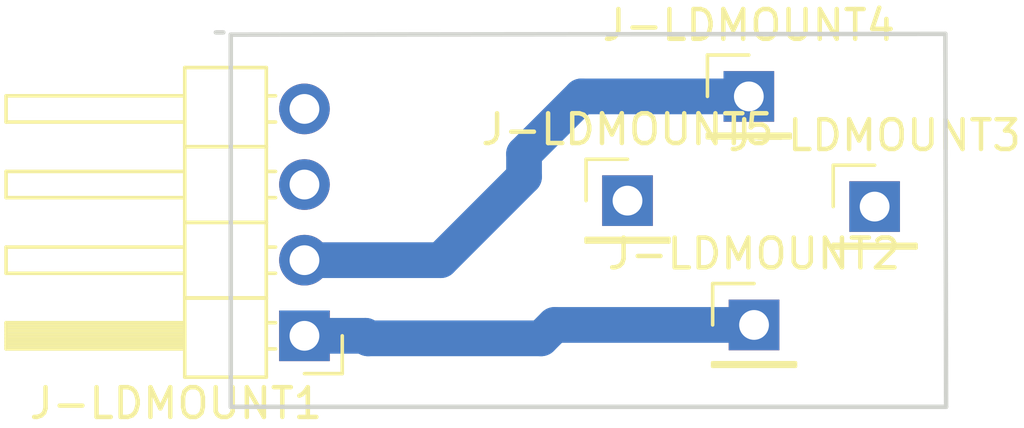
<source format=kicad_pcb>
(kicad_pcb (version 4) (host pcbnew 4.0.6)

  (general
    (links 2)
    (no_connects 0)
    (area 142.249999 98.174999 167.000001 111.175001)
    (thickness 1.6)
    (drawings 5)
    (tracks 10)
    (zones 0)
    (modules 5)
    (nets 7)
  )

  (page A4)
  (layers
    (0 F.Cu signal)
    (31 B.Cu signal)
    (32 B.Adhes user)
    (33 F.Adhes user)
    (34 B.Paste user)
    (35 F.Paste user)
    (36 B.SilkS user)
    (37 F.SilkS user)
    (38 B.Mask user)
    (39 F.Mask user)
    (40 Dwgs.User user)
    (41 Cmts.User user)
    (42 Eco1.User user)
    (43 Eco2.User user)
    (44 Edge.Cuts user)
    (45 Margin user)
    (46 B.CrtYd user)
    (47 F.CrtYd user)
    (48 B.Fab user)
    (49 F.Fab user)
  )

  (setup
    (last_trace_width 0.25)
    (user_trace_width 0.8)
    (user_trace_width 1.2)
    (user_trace_width 1.6)
    (trace_clearance 0.15)
    (zone_clearance 0.508)
    (zone_45_only no)
    (trace_min 0.2)
    (segment_width 0.2)
    (edge_width 0.15)
    (via_size 0.6)
    (via_drill 0.4)
    (via_min_size 0.4)
    (via_min_drill 0.3)
    (user_via 1.6 0.8)
    (uvia_size 0.3)
    (uvia_drill 0.1)
    (uvias_allowed no)
    (uvia_min_size 0.2)
    (uvia_min_drill 0.1)
    (pcb_text_width 0.3)
    (pcb_text_size 1.5 1.5)
    (mod_edge_width 0.15)
    (mod_text_size 1 1)
    (mod_text_width 0.15)
    (pad_size 1.524 1.524)
    (pad_drill 0.762)
    (pad_to_mask_clearance 0.2)
    (aux_axis_origin 0 0)
    (visible_elements FFFFFF7F)
    (pcbplotparams
      (layerselection 0x00030_80000001)
      (usegerberextensions false)
      (excludeedgelayer true)
      (linewidth 0.100000)
      (plotframeref false)
      (viasonmask false)
      (mode 1)
      (useauxorigin false)
      (hpglpennumber 1)
      (hpglpenspeed 20)
      (hpglpendiameter 15)
      (hpglpenoverlay 2)
      (psnegative false)
      (psa4output false)
      (plotreference true)
      (plotvalue true)
      (plotinvisibletext false)
      (padsonsilk false)
      (subtractmaskfromsilk false)
      (outputformat 1)
      (mirror false)
      (drillshape 1)
      (scaleselection 1)
      (outputdirectory ""))
  )

  (net 0 "")
  (net 1 /LD+)
  (net 2 GND)
  (net 3 "Net-(J-LDMOUNT1-Pad3)")
  (net 4 "Net-(J-LDMOUNT1-Pad4)")
  (net 5 "Net-(J-LDMOUNT3-Pad1)")
  (net 6 "Net-(J-LDMOUNT5-Pad1)")

  (net_class Default "This is the default net class."
    (clearance 0.15)
    (trace_width 0.25)
    (via_dia 0.6)
    (via_drill 0.4)
    (uvia_dia 0.3)
    (uvia_drill 0.1)
    (add_net /LD+)
    (add_net GND)
    (add_net "Net-(J-LDMOUNT1-Pad3)")
    (add_net "Net-(J-LDMOUNT1-Pad4)")
    (add_net "Net-(J-LDMOUNT3-Pad1)")
    (add_net "Net-(J-LDMOUNT5-Pad1)")
  )

  (module Pin_Headers:Pin_Header_Angled_1x04_Pitch2.54mm (layer F.Cu) (tedit 5862ED52) (tstamp 59DD6CED)
    (at 145.4 108.44 180)
    (descr "Through hole angled pin header, 1x04, 2.54mm pitch, 6mm pin length, single row")
    (tags "Through hole angled pin header THT 1x04 2.54mm single row")
    (path /59DD6E10)
    (fp_text reference J-LDMOUNT1 (at 4.315 -2.27 180) (layer F.SilkS)
      (effects (font (size 1 1) (thickness 0.15)))
    )
    (fp_text value CONN_01X04 (at 4.315 9.89 180) (layer F.Fab)
      (effects (font (size 1 1) (thickness 0.15)))
    )
    (fp_line (start 1.4 -1.27) (end 1.4 1.27) (layer F.Fab) (width 0.1))
    (fp_line (start 1.4 1.27) (end 3.9 1.27) (layer F.Fab) (width 0.1))
    (fp_line (start 3.9 1.27) (end 3.9 -1.27) (layer F.Fab) (width 0.1))
    (fp_line (start 3.9 -1.27) (end 1.4 -1.27) (layer F.Fab) (width 0.1))
    (fp_line (start 0 -0.32) (end 0 0.32) (layer F.Fab) (width 0.1))
    (fp_line (start 0 0.32) (end 9.9 0.32) (layer F.Fab) (width 0.1))
    (fp_line (start 9.9 0.32) (end 9.9 -0.32) (layer F.Fab) (width 0.1))
    (fp_line (start 9.9 -0.32) (end 0 -0.32) (layer F.Fab) (width 0.1))
    (fp_line (start 1.4 1.27) (end 1.4 3.81) (layer F.Fab) (width 0.1))
    (fp_line (start 1.4 3.81) (end 3.9 3.81) (layer F.Fab) (width 0.1))
    (fp_line (start 3.9 3.81) (end 3.9 1.27) (layer F.Fab) (width 0.1))
    (fp_line (start 3.9 1.27) (end 1.4 1.27) (layer F.Fab) (width 0.1))
    (fp_line (start 0 2.22) (end 0 2.86) (layer F.Fab) (width 0.1))
    (fp_line (start 0 2.86) (end 9.9 2.86) (layer F.Fab) (width 0.1))
    (fp_line (start 9.9 2.86) (end 9.9 2.22) (layer F.Fab) (width 0.1))
    (fp_line (start 9.9 2.22) (end 0 2.22) (layer F.Fab) (width 0.1))
    (fp_line (start 1.4 3.81) (end 1.4 6.35) (layer F.Fab) (width 0.1))
    (fp_line (start 1.4 6.35) (end 3.9 6.35) (layer F.Fab) (width 0.1))
    (fp_line (start 3.9 6.35) (end 3.9 3.81) (layer F.Fab) (width 0.1))
    (fp_line (start 3.9 3.81) (end 1.4 3.81) (layer F.Fab) (width 0.1))
    (fp_line (start 0 4.76) (end 0 5.4) (layer F.Fab) (width 0.1))
    (fp_line (start 0 5.4) (end 9.9 5.4) (layer F.Fab) (width 0.1))
    (fp_line (start 9.9 5.4) (end 9.9 4.76) (layer F.Fab) (width 0.1))
    (fp_line (start 9.9 4.76) (end 0 4.76) (layer F.Fab) (width 0.1))
    (fp_line (start 1.4 6.35) (end 1.4 8.89) (layer F.Fab) (width 0.1))
    (fp_line (start 1.4 8.89) (end 3.9 8.89) (layer F.Fab) (width 0.1))
    (fp_line (start 3.9 8.89) (end 3.9 6.35) (layer F.Fab) (width 0.1))
    (fp_line (start 3.9 6.35) (end 1.4 6.35) (layer F.Fab) (width 0.1))
    (fp_line (start 0 7.3) (end 0 7.94) (layer F.Fab) (width 0.1))
    (fp_line (start 0 7.94) (end 9.9 7.94) (layer F.Fab) (width 0.1))
    (fp_line (start 9.9 7.94) (end 9.9 7.3) (layer F.Fab) (width 0.1))
    (fp_line (start 9.9 7.3) (end 0 7.3) (layer F.Fab) (width 0.1))
    (fp_line (start 1.28 -1.39) (end 1.28 1.27) (layer F.SilkS) (width 0.12))
    (fp_line (start 1.28 1.27) (end 4.02 1.27) (layer F.SilkS) (width 0.12))
    (fp_line (start 4.02 1.27) (end 4.02 -1.39) (layer F.SilkS) (width 0.12))
    (fp_line (start 4.02 -1.39) (end 1.28 -1.39) (layer F.SilkS) (width 0.12))
    (fp_line (start 4.02 -0.44) (end 4.02 0.44) (layer F.SilkS) (width 0.12))
    (fp_line (start 4.02 0.44) (end 10.02 0.44) (layer F.SilkS) (width 0.12))
    (fp_line (start 10.02 0.44) (end 10.02 -0.44) (layer F.SilkS) (width 0.12))
    (fp_line (start 10.02 -0.44) (end 4.02 -0.44) (layer F.SilkS) (width 0.12))
    (fp_line (start 0.97 -0.44) (end 1.28 -0.44) (layer F.SilkS) (width 0.12))
    (fp_line (start 0.97 0.44) (end 1.28 0.44) (layer F.SilkS) (width 0.12))
    (fp_line (start 4.02 -0.32) (end 10.02 -0.32) (layer F.SilkS) (width 0.12))
    (fp_line (start 4.02 -0.2) (end 10.02 -0.2) (layer F.SilkS) (width 0.12))
    (fp_line (start 4.02 -0.08) (end 10.02 -0.08) (layer F.SilkS) (width 0.12))
    (fp_line (start 4.02 0.04) (end 10.02 0.04) (layer F.SilkS) (width 0.12))
    (fp_line (start 4.02 0.16) (end 10.02 0.16) (layer F.SilkS) (width 0.12))
    (fp_line (start 4.02 0.28) (end 10.02 0.28) (layer F.SilkS) (width 0.12))
    (fp_line (start 4.02 0.4) (end 10.02 0.4) (layer F.SilkS) (width 0.12))
    (fp_line (start 1.28 1.27) (end 1.28 3.81) (layer F.SilkS) (width 0.12))
    (fp_line (start 1.28 3.81) (end 4.02 3.81) (layer F.SilkS) (width 0.12))
    (fp_line (start 4.02 3.81) (end 4.02 1.27) (layer F.SilkS) (width 0.12))
    (fp_line (start 4.02 1.27) (end 1.28 1.27) (layer F.SilkS) (width 0.12))
    (fp_line (start 4.02 2.1) (end 4.02 2.98) (layer F.SilkS) (width 0.12))
    (fp_line (start 4.02 2.98) (end 10.02 2.98) (layer F.SilkS) (width 0.12))
    (fp_line (start 10.02 2.98) (end 10.02 2.1) (layer F.SilkS) (width 0.12))
    (fp_line (start 10.02 2.1) (end 4.02 2.1) (layer F.SilkS) (width 0.12))
    (fp_line (start 0.97 2.1) (end 1.28 2.1) (layer F.SilkS) (width 0.12))
    (fp_line (start 0.97 2.98) (end 1.28 2.98) (layer F.SilkS) (width 0.12))
    (fp_line (start 1.28 3.81) (end 1.28 6.35) (layer F.SilkS) (width 0.12))
    (fp_line (start 1.28 6.35) (end 4.02 6.35) (layer F.SilkS) (width 0.12))
    (fp_line (start 4.02 6.35) (end 4.02 3.81) (layer F.SilkS) (width 0.12))
    (fp_line (start 4.02 3.81) (end 1.28 3.81) (layer F.SilkS) (width 0.12))
    (fp_line (start 4.02 4.64) (end 4.02 5.52) (layer F.SilkS) (width 0.12))
    (fp_line (start 4.02 5.52) (end 10.02 5.52) (layer F.SilkS) (width 0.12))
    (fp_line (start 10.02 5.52) (end 10.02 4.64) (layer F.SilkS) (width 0.12))
    (fp_line (start 10.02 4.64) (end 4.02 4.64) (layer F.SilkS) (width 0.12))
    (fp_line (start 0.97 4.64) (end 1.28 4.64) (layer F.SilkS) (width 0.12))
    (fp_line (start 0.97 5.52) (end 1.28 5.52) (layer F.SilkS) (width 0.12))
    (fp_line (start 1.28 6.35) (end 1.28 9.01) (layer F.SilkS) (width 0.12))
    (fp_line (start 1.28 9.01) (end 4.02 9.01) (layer F.SilkS) (width 0.12))
    (fp_line (start 4.02 9.01) (end 4.02 6.35) (layer F.SilkS) (width 0.12))
    (fp_line (start 4.02 6.35) (end 1.28 6.35) (layer F.SilkS) (width 0.12))
    (fp_line (start 4.02 7.18) (end 4.02 8.06) (layer F.SilkS) (width 0.12))
    (fp_line (start 4.02 8.06) (end 10.02 8.06) (layer F.SilkS) (width 0.12))
    (fp_line (start 10.02 8.06) (end 10.02 7.18) (layer F.SilkS) (width 0.12))
    (fp_line (start 10.02 7.18) (end 4.02 7.18) (layer F.SilkS) (width 0.12))
    (fp_line (start 0.97 7.18) (end 1.28 7.18) (layer F.SilkS) (width 0.12))
    (fp_line (start 0.97 8.06) (end 1.28 8.06) (layer F.SilkS) (width 0.12))
    (fp_line (start -1.27 0) (end -1.27 -1.27) (layer F.SilkS) (width 0.12))
    (fp_line (start -1.27 -1.27) (end 0 -1.27) (layer F.SilkS) (width 0.12))
    (fp_line (start -1.6 -1.6) (end -1.6 9.2) (layer F.CrtYd) (width 0.05))
    (fp_line (start -1.6 9.2) (end 10.2 9.2) (layer F.CrtYd) (width 0.05))
    (fp_line (start 10.2 9.2) (end 10.2 -1.6) (layer F.CrtYd) (width 0.05))
    (fp_line (start 10.2 -1.6) (end -1.6 -1.6) (layer F.CrtYd) (width 0.05))
    (pad 1 thru_hole rect (at 0 0 180) (size 1.7 1.7) (drill 1) (layers *.Cu *.Mask)
      (net 1 /LD+))
    (pad 2 thru_hole oval (at 0 2.54 180) (size 1.7 1.7) (drill 1) (layers *.Cu *.Mask)
      (net 2 GND))
    (pad 3 thru_hole oval (at 0 5.08 180) (size 1.7 1.7) (drill 1) (layers *.Cu *.Mask)
      (net 3 "Net-(J-LDMOUNT1-Pad3)"))
    (pad 4 thru_hole oval (at 0 7.62 180) (size 1.7 1.7) (drill 1) (layers *.Cu *.Mask)
      (net 4 "Net-(J-LDMOUNT1-Pad4)"))
    (model Pin_Headers.3dshapes/Pin_Header_Angled_1x04_Pitch2.54mm.wrl
      (at (xyz 0 -0.15 0))
      (scale (xyz 1 1 1))
      (rotate (xyz 0 0 90))
    )
  )

  (module Pin_Headers:Pin_Header_Straight_1x01_Pitch2.54mm (layer F.Cu) (tedit 5862ED52) (tstamp 59DD6DCF)
    (at 160.5 108.075)
    (descr "Through hole straight pin header, 1x01, 2.54mm pitch, single row")
    (tags "Through hole pin header THT 1x01 2.54mm single row")
    (path /59DD74FB)
    (fp_text reference J-LDMOUNT2 (at 0 -2.39) (layer F.SilkS)
      (effects (font (size 1 1) (thickness 0.15)))
    )
    (fp_text value CONN_01X01 (at 0 2.39) (layer F.Fab)
      (effects (font (size 1 1) (thickness 0.15)))
    )
    (fp_line (start -1.27 -1.27) (end -1.27 1.27) (layer F.Fab) (width 0.1))
    (fp_line (start -1.27 1.27) (end 1.27 1.27) (layer F.Fab) (width 0.1))
    (fp_line (start 1.27 1.27) (end 1.27 -1.27) (layer F.Fab) (width 0.1))
    (fp_line (start 1.27 -1.27) (end -1.27 -1.27) (layer F.Fab) (width 0.1))
    (fp_line (start -1.39 1.27) (end -1.39 1.39) (layer F.SilkS) (width 0.12))
    (fp_line (start -1.39 1.39) (end 1.39 1.39) (layer F.SilkS) (width 0.12))
    (fp_line (start 1.39 1.39) (end 1.39 1.27) (layer F.SilkS) (width 0.12))
    (fp_line (start 1.39 1.27) (end -1.39 1.27) (layer F.SilkS) (width 0.12))
    (fp_line (start -1.39 0) (end -1.39 -1.39) (layer F.SilkS) (width 0.12))
    (fp_line (start -1.39 -1.39) (end 0 -1.39) (layer F.SilkS) (width 0.12))
    (fp_line (start -1.6 -1.6) (end -1.6 1.6) (layer F.CrtYd) (width 0.05))
    (fp_line (start -1.6 1.6) (end 1.6 1.6) (layer F.CrtYd) (width 0.05))
    (fp_line (start 1.6 1.6) (end 1.6 -1.6) (layer F.CrtYd) (width 0.05))
    (fp_line (start 1.6 -1.6) (end -1.6 -1.6) (layer F.CrtYd) (width 0.05))
    (pad 1 thru_hole rect (at 0 0) (size 1.7 1.7) (drill 1) (layers *.Cu *.Mask)
      (net 1 /LD+))
    (model Pin_Headers.3dshapes/Pin_Header_Straight_1x01_Pitch2.54mm.wrl
      (at (xyz 0 0 0))
      (scale (xyz 1 1 1))
      (rotate (xyz 0 0 90))
    )
  )

  (module Pin_Headers:Pin_Header_Straight_1x01_Pitch2.54mm (layer F.Cu) (tedit 5862ED52) (tstamp 59DD6DD4)
    (at 164.55 104.1)
    (descr "Through hole straight pin header, 1x01, 2.54mm pitch, single row")
    (tags "Through hole pin header THT 1x01 2.54mm single row")
    (path /59DD770C)
    (fp_text reference J-LDMOUNT3 (at 0 -2.39) (layer F.SilkS)
      (effects (font (size 1 1) (thickness 0.15)))
    )
    (fp_text value CONN_01X01 (at 0 2.39) (layer F.Fab)
      (effects (font (size 1 1) (thickness 0.15)))
    )
    (fp_line (start -1.27 -1.27) (end -1.27 1.27) (layer F.Fab) (width 0.1))
    (fp_line (start -1.27 1.27) (end 1.27 1.27) (layer F.Fab) (width 0.1))
    (fp_line (start 1.27 1.27) (end 1.27 -1.27) (layer F.Fab) (width 0.1))
    (fp_line (start 1.27 -1.27) (end -1.27 -1.27) (layer F.Fab) (width 0.1))
    (fp_line (start -1.39 1.27) (end -1.39 1.39) (layer F.SilkS) (width 0.12))
    (fp_line (start -1.39 1.39) (end 1.39 1.39) (layer F.SilkS) (width 0.12))
    (fp_line (start 1.39 1.39) (end 1.39 1.27) (layer F.SilkS) (width 0.12))
    (fp_line (start 1.39 1.27) (end -1.39 1.27) (layer F.SilkS) (width 0.12))
    (fp_line (start -1.39 0) (end -1.39 -1.39) (layer F.SilkS) (width 0.12))
    (fp_line (start -1.39 -1.39) (end 0 -1.39) (layer F.SilkS) (width 0.12))
    (fp_line (start -1.6 -1.6) (end -1.6 1.6) (layer F.CrtYd) (width 0.05))
    (fp_line (start -1.6 1.6) (end 1.6 1.6) (layer F.CrtYd) (width 0.05))
    (fp_line (start 1.6 1.6) (end 1.6 -1.6) (layer F.CrtYd) (width 0.05))
    (fp_line (start 1.6 -1.6) (end -1.6 -1.6) (layer F.CrtYd) (width 0.05))
    (pad 1 thru_hole rect (at 0 0) (size 1.7 1.7) (drill 1) (layers *.Cu *.Mask)
      (net 5 "Net-(J-LDMOUNT3-Pad1)"))
    (model Pin_Headers.3dshapes/Pin_Header_Straight_1x01_Pitch2.54mm.wrl
      (at (xyz 0 0 0))
      (scale (xyz 1 1 1))
      (rotate (xyz 0 0 90))
    )
  )

  (module Pin_Headers:Pin_Header_Straight_1x01_Pitch2.54mm (layer F.Cu) (tedit 5862ED52) (tstamp 59DD6DD9)
    (at 160.325 100.4)
    (descr "Through hole straight pin header, 1x01, 2.54mm pitch, single row")
    (tags "Through hole pin header THT 1x01 2.54mm single row")
    (path /59DD7742)
    (fp_text reference J-LDMOUNT4 (at 0 -2.39) (layer F.SilkS)
      (effects (font (size 1 1) (thickness 0.15)))
    )
    (fp_text value CONN_01X01 (at 0 2.39) (layer F.Fab)
      (effects (font (size 1 1) (thickness 0.15)))
    )
    (fp_line (start -1.27 -1.27) (end -1.27 1.27) (layer F.Fab) (width 0.1))
    (fp_line (start -1.27 1.27) (end 1.27 1.27) (layer F.Fab) (width 0.1))
    (fp_line (start 1.27 1.27) (end 1.27 -1.27) (layer F.Fab) (width 0.1))
    (fp_line (start 1.27 -1.27) (end -1.27 -1.27) (layer F.Fab) (width 0.1))
    (fp_line (start -1.39 1.27) (end -1.39 1.39) (layer F.SilkS) (width 0.12))
    (fp_line (start -1.39 1.39) (end 1.39 1.39) (layer F.SilkS) (width 0.12))
    (fp_line (start 1.39 1.39) (end 1.39 1.27) (layer F.SilkS) (width 0.12))
    (fp_line (start 1.39 1.27) (end -1.39 1.27) (layer F.SilkS) (width 0.12))
    (fp_line (start -1.39 0) (end -1.39 -1.39) (layer F.SilkS) (width 0.12))
    (fp_line (start -1.39 -1.39) (end 0 -1.39) (layer F.SilkS) (width 0.12))
    (fp_line (start -1.6 -1.6) (end -1.6 1.6) (layer F.CrtYd) (width 0.05))
    (fp_line (start -1.6 1.6) (end 1.6 1.6) (layer F.CrtYd) (width 0.05))
    (fp_line (start 1.6 1.6) (end 1.6 -1.6) (layer F.CrtYd) (width 0.05))
    (fp_line (start 1.6 -1.6) (end -1.6 -1.6) (layer F.CrtYd) (width 0.05))
    (pad 1 thru_hole rect (at 0 0) (size 1.7 1.7) (drill 1) (layers *.Cu *.Mask)
      (net 2 GND))
    (model Pin_Headers.3dshapes/Pin_Header_Straight_1x01_Pitch2.54mm.wrl
      (at (xyz 0 0 0))
      (scale (xyz 1 1 1))
      (rotate (xyz 0 0 90))
    )
  )

  (module Pin_Headers:Pin_Header_Straight_1x01_Pitch2.54mm (layer F.Cu) (tedit 5862ED52) (tstamp 59DD6DDE)
    (at 156.25 103.9)
    (descr "Through hole straight pin header, 1x01, 2.54mm pitch, single row")
    (tags "Through hole pin header THT 1x01 2.54mm single row")
    (path /59DD777A)
    (fp_text reference J-LDMOUNT5 (at 0 -2.39) (layer F.SilkS)
      (effects (font (size 1 1) (thickness 0.15)))
    )
    (fp_text value CONN_01X01 (at 0 2.39) (layer F.Fab)
      (effects (font (size 1 1) (thickness 0.15)))
    )
    (fp_line (start -1.27 -1.27) (end -1.27 1.27) (layer F.Fab) (width 0.1))
    (fp_line (start -1.27 1.27) (end 1.27 1.27) (layer F.Fab) (width 0.1))
    (fp_line (start 1.27 1.27) (end 1.27 -1.27) (layer F.Fab) (width 0.1))
    (fp_line (start 1.27 -1.27) (end -1.27 -1.27) (layer F.Fab) (width 0.1))
    (fp_line (start -1.39 1.27) (end -1.39 1.39) (layer F.SilkS) (width 0.12))
    (fp_line (start -1.39 1.39) (end 1.39 1.39) (layer F.SilkS) (width 0.12))
    (fp_line (start 1.39 1.39) (end 1.39 1.27) (layer F.SilkS) (width 0.12))
    (fp_line (start 1.39 1.27) (end -1.39 1.27) (layer F.SilkS) (width 0.12))
    (fp_line (start -1.39 0) (end -1.39 -1.39) (layer F.SilkS) (width 0.12))
    (fp_line (start -1.39 -1.39) (end 0 -1.39) (layer F.SilkS) (width 0.12))
    (fp_line (start -1.6 -1.6) (end -1.6 1.6) (layer F.CrtYd) (width 0.05))
    (fp_line (start -1.6 1.6) (end 1.6 1.6) (layer F.CrtYd) (width 0.05))
    (fp_line (start 1.6 1.6) (end 1.6 -1.6) (layer F.CrtYd) (width 0.05))
    (fp_line (start 1.6 -1.6) (end -1.6 -1.6) (layer F.CrtYd) (width 0.05))
    (pad 1 thru_hole rect (at 0 0) (size 1.7 1.7) (drill 1) (layers *.Cu *.Mask)
      (net 6 "Net-(J-LDMOUNT5-Pad1)"))
    (model Pin_Headers.3dshapes/Pin_Header_Straight_1x01_Pitch2.54mm.wrl
      (at (xyz 0 0 0))
      (scale (xyz 1 1 1))
      (rotate (xyz 0 0 90))
    )
  )

  (gr_line (start 142.925 110.825) (end 142.925 98.325) (layer Edge.Cuts) (width 0.15))
  (gr_line (start 166.95 110.825) (end 142.925 110.825) (layer Edge.Cuts) (width 0.15))
  (gr_line (start 166.925 98.3) (end 166.95 110.825) (layer Edge.Cuts) (width 0.15))
  (gr_line (start 142.925 98.325) (end 166.925 98.3) (layer Edge.Cuts) (width 0.15))
  (gr_line (start 142.425 98.25) (end 142.675 98.25) (layer Edge.Cuts) (width 0.15))

  (segment (start 153.35 108.525) (end 153.8 108.075) (width 1.2) (layer B.Cu) (net 1))
  (segment (start 153.8 108.075) (end 160.5 108.075) (width 1.2) (layer B.Cu) (net 1))
  (segment (start 147.535 108.525) (end 153.35 108.525) (width 1.2) (layer B.Cu) (net 1))
  (segment (start 145.4 108.44) (end 147.45 108.44) (width 1.2) (layer B.Cu) (net 1))
  (segment (start 147.45 108.44) (end 147.535 108.525) (width 1.2) (layer B.Cu) (net 1))
  (segment (start 145.4 105.9) (end 149.975 105.9) (width 1.2) (layer B.Cu) (net 2))
  (segment (start 149.975 105.9) (end 152.775 103.1) (width 1.2) (layer B.Cu) (net 2))
  (segment (start 152.775 103.1) (end 152.775 102.325) (width 1.2) (layer B.Cu) (net 2))
  (segment (start 152.775 102.325) (end 154.7 100.4) (width 1.2) (layer B.Cu) (net 2))
  (segment (start 154.7 100.4) (end 160.325 100.4) (width 1.2) (layer B.Cu) (net 2))

)

</source>
